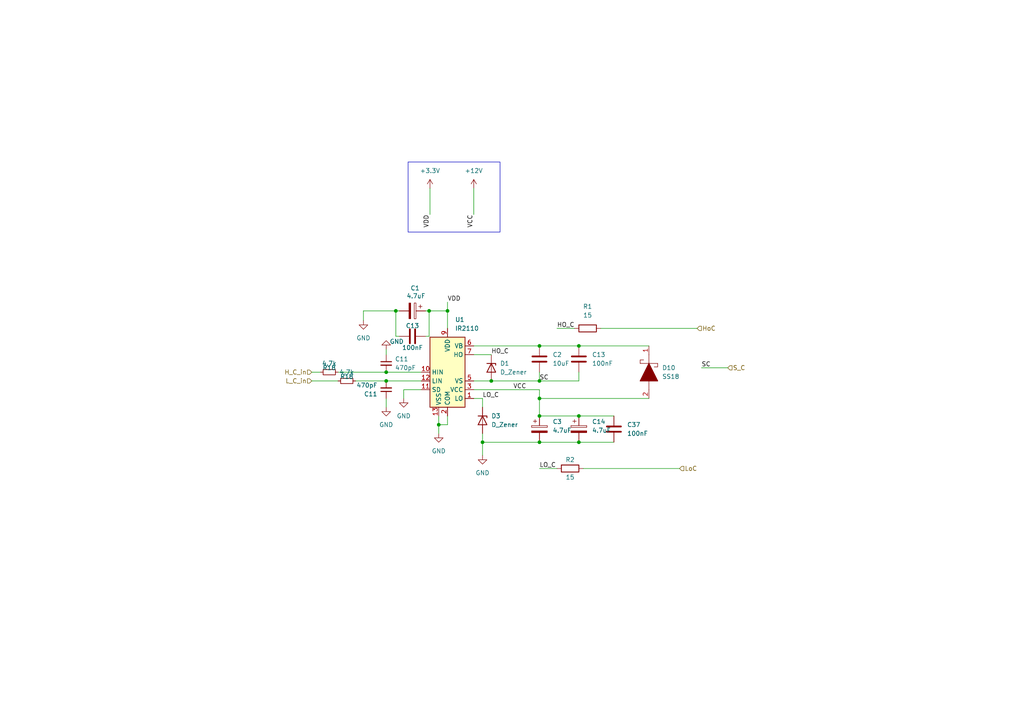
<source format=kicad_sch>
(kicad_sch (version 20230121) (generator eeschema)

  (uuid d3a0ecc3-906d-45b6-8bf9-e850a8904525)

  (paper "A4")

  (lib_symbols
    (symbol "Device:C" (pin_numbers hide) (pin_names (offset 0.254)) (in_bom yes) (on_board yes)
      (property "Reference" "C" (at 0.635 2.54 0)
        (effects (font (size 1.27 1.27)) (justify left))
      )
      (property "Value" "C" (at 0.635 -2.54 0)
        (effects (font (size 1.27 1.27)) (justify left))
      )
      (property "Footprint" "" (at 0.9652 -3.81 0)
        (effects (font (size 1.27 1.27)) hide)
      )
      (property "Datasheet" "~" (at 0 0 0)
        (effects (font (size 1.27 1.27)) hide)
      )
      (property "ki_keywords" "cap capacitor" (at 0 0 0)
        (effects (font (size 1.27 1.27)) hide)
      )
      (property "ki_description" "Unpolarized capacitor" (at 0 0 0)
        (effects (font (size 1.27 1.27)) hide)
      )
      (property "ki_fp_filters" "C_*" (at 0 0 0)
        (effects (font (size 1.27 1.27)) hide)
      )
      (symbol "C_0_1"
        (polyline
          (pts
            (xy -2.032 -0.762)
            (xy 2.032 -0.762)
          )
          (stroke (width 0.508) (type default))
          (fill (type none))
        )
        (polyline
          (pts
            (xy -2.032 0.762)
            (xy 2.032 0.762)
          )
          (stroke (width 0.508) (type default))
          (fill (type none))
        )
      )
      (symbol "C_1_1"
        (pin passive line (at 0 3.81 270) (length 2.794)
          (name "~" (effects (font (size 1.27 1.27))))
          (number "1" (effects (font (size 1.27 1.27))))
        )
        (pin passive line (at 0 -3.81 90) (length 2.794)
          (name "~" (effects (font (size 1.27 1.27))))
          (number "2" (effects (font (size 1.27 1.27))))
        )
      )
    )
    (symbol "Device:C_Polarized" (pin_numbers hide) (pin_names (offset 0.254)) (in_bom yes) (on_board yes)
      (property "Reference" "C" (at 0.635 2.54 0)
        (effects (font (size 1.27 1.27)) (justify left))
      )
      (property "Value" "C_Polarized" (at 0.635 -2.54 0)
        (effects (font (size 1.27 1.27)) (justify left))
      )
      (property "Footprint" "" (at 0.9652 -3.81 0)
        (effects (font (size 1.27 1.27)) hide)
      )
      (property "Datasheet" "~" (at 0 0 0)
        (effects (font (size 1.27 1.27)) hide)
      )
      (property "ki_keywords" "cap capacitor" (at 0 0 0)
        (effects (font (size 1.27 1.27)) hide)
      )
      (property "ki_description" "Polarized capacitor" (at 0 0 0)
        (effects (font (size 1.27 1.27)) hide)
      )
      (property "ki_fp_filters" "CP_*" (at 0 0 0)
        (effects (font (size 1.27 1.27)) hide)
      )
      (symbol "C_Polarized_0_1"
        (rectangle (start -2.286 0.508) (end 2.286 1.016)
          (stroke (width 0) (type default))
          (fill (type none))
        )
        (polyline
          (pts
            (xy -1.778 2.286)
            (xy -0.762 2.286)
          )
          (stroke (width 0) (type default))
          (fill (type none))
        )
        (polyline
          (pts
            (xy -1.27 2.794)
            (xy -1.27 1.778)
          )
          (stroke (width 0) (type default))
          (fill (type none))
        )
        (rectangle (start 2.286 -0.508) (end -2.286 -1.016)
          (stroke (width 0) (type default))
          (fill (type outline))
        )
      )
      (symbol "C_Polarized_1_1"
        (pin passive line (at 0 3.81 270) (length 2.794)
          (name "~" (effects (font (size 1.27 1.27))))
          (number "1" (effects (font (size 1.27 1.27))))
        )
        (pin passive line (at 0 -3.81 90) (length 2.794)
          (name "~" (effects (font (size 1.27 1.27))))
          (number "2" (effects (font (size 1.27 1.27))))
        )
      )
    )
    (symbol "Device:C_Small" (pin_numbers hide) (pin_names (offset 0.254) hide) (in_bom yes) (on_board yes)
      (property "Reference" "C" (at 0.254 1.778 0)
        (effects (font (size 1.27 1.27)) (justify left))
      )
      (property "Value" "C_Small" (at 0.254 -2.032 0)
        (effects (font (size 1.27 1.27)) (justify left))
      )
      (property "Footprint" "" (at 0 0 0)
        (effects (font (size 1.27 1.27)) hide)
      )
      (property "Datasheet" "~" (at 0 0 0)
        (effects (font (size 1.27 1.27)) hide)
      )
      (property "ki_keywords" "capacitor cap" (at 0 0 0)
        (effects (font (size 1.27 1.27)) hide)
      )
      (property "ki_description" "Unpolarized capacitor, small symbol" (at 0 0 0)
        (effects (font (size 1.27 1.27)) hide)
      )
      (property "ki_fp_filters" "C_*" (at 0 0 0)
        (effects (font (size 1.27 1.27)) hide)
      )
      (symbol "C_Small_0_1"
        (polyline
          (pts
            (xy -1.524 -0.508)
            (xy 1.524 -0.508)
          )
          (stroke (width 0.3302) (type default))
          (fill (type none))
        )
        (polyline
          (pts
            (xy -1.524 0.508)
            (xy 1.524 0.508)
          )
          (stroke (width 0.3048) (type default))
          (fill (type none))
        )
      )
      (symbol "C_Small_1_1"
        (pin passive line (at 0 2.54 270) (length 2.032)
          (name "~" (effects (font (size 1.27 1.27))))
          (number "1" (effects (font (size 1.27 1.27))))
        )
        (pin passive line (at 0 -2.54 90) (length 2.032)
          (name "~" (effects (font (size 1.27 1.27))))
          (number "2" (effects (font (size 1.27 1.27))))
        )
      )
    )
    (symbol "Device:D_Zener" (pin_numbers hide) (pin_names (offset 1.016) hide) (in_bom yes) (on_board yes)
      (property "Reference" "D" (at 0 2.54 0)
        (effects (font (size 1.27 1.27)))
      )
      (property "Value" "D_Zener" (at 0 -2.54 0)
        (effects (font (size 1.27 1.27)))
      )
      (property "Footprint" "" (at 0 0 0)
        (effects (font (size 1.27 1.27)) hide)
      )
      (property "Datasheet" "~" (at 0 0 0)
        (effects (font (size 1.27 1.27)) hide)
      )
      (property "ki_keywords" "diode" (at 0 0 0)
        (effects (font (size 1.27 1.27)) hide)
      )
      (property "ki_description" "Zener diode" (at 0 0 0)
        (effects (font (size 1.27 1.27)) hide)
      )
      (property "ki_fp_filters" "TO-???* *_Diode_* *SingleDiode* D_*" (at 0 0 0)
        (effects (font (size 1.27 1.27)) hide)
      )
      (symbol "D_Zener_0_1"
        (polyline
          (pts
            (xy 1.27 0)
            (xy -1.27 0)
          )
          (stroke (width 0) (type default))
          (fill (type none))
        )
        (polyline
          (pts
            (xy -1.27 -1.27)
            (xy -1.27 1.27)
            (xy -0.762 1.27)
          )
          (stroke (width 0.254) (type default))
          (fill (type none))
        )
        (polyline
          (pts
            (xy 1.27 -1.27)
            (xy 1.27 1.27)
            (xy -1.27 0)
            (xy 1.27 -1.27)
          )
          (stroke (width 0.254) (type default))
          (fill (type none))
        )
      )
      (symbol "D_Zener_1_1"
        (pin passive line (at -3.81 0 0) (length 2.54)
          (name "K" (effects (font (size 1.27 1.27))))
          (number "1" (effects (font (size 1.27 1.27))))
        )
        (pin passive line (at 3.81 0 180) (length 2.54)
          (name "A" (effects (font (size 1.27 1.27))))
          (number "2" (effects (font (size 1.27 1.27))))
        )
      )
    )
    (symbol "Device:R" (pin_numbers hide) (pin_names (offset 0)) (in_bom yes) (on_board yes)
      (property "Reference" "R" (at 2.032 0 90)
        (effects (font (size 1.27 1.27)))
      )
      (property "Value" "R" (at 0 0 90)
        (effects (font (size 1.27 1.27)))
      )
      (property "Footprint" "" (at -1.778 0 90)
        (effects (font (size 1.27 1.27)) hide)
      )
      (property "Datasheet" "~" (at 0 0 0)
        (effects (font (size 1.27 1.27)) hide)
      )
      (property "ki_keywords" "R res resistor" (at 0 0 0)
        (effects (font (size 1.27 1.27)) hide)
      )
      (property "ki_description" "Resistor" (at 0 0 0)
        (effects (font (size 1.27 1.27)) hide)
      )
      (property "ki_fp_filters" "R_*" (at 0 0 0)
        (effects (font (size 1.27 1.27)) hide)
      )
      (symbol "R_0_1"
        (rectangle (start -1.016 -2.54) (end 1.016 2.54)
          (stroke (width 0.254) (type default))
          (fill (type none))
        )
      )
      (symbol "R_1_1"
        (pin passive line (at 0 3.81 270) (length 1.27)
          (name "~" (effects (font (size 1.27 1.27))))
          (number "1" (effects (font (size 1.27 1.27))))
        )
        (pin passive line (at 0 -3.81 90) (length 1.27)
          (name "~" (effects (font (size 1.27 1.27))))
          (number "2" (effects (font (size 1.27 1.27))))
        )
      )
    )
    (symbol "Device:R_Small" (pin_numbers hide) (pin_names (offset 0.254) hide) (in_bom yes) (on_board yes)
      (property "Reference" "R" (at 0.762 0.508 0)
        (effects (font (size 1.27 1.27)) (justify left))
      )
      (property "Value" "R_Small" (at 0.762 -1.016 0)
        (effects (font (size 1.27 1.27)) (justify left))
      )
      (property "Footprint" "" (at 0 0 0)
        (effects (font (size 1.27 1.27)) hide)
      )
      (property "Datasheet" "~" (at 0 0 0)
        (effects (font (size 1.27 1.27)) hide)
      )
      (property "ki_keywords" "R resistor" (at 0 0 0)
        (effects (font (size 1.27 1.27)) hide)
      )
      (property "ki_description" "Resistor, small symbol" (at 0 0 0)
        (effects (font (size 1.27 1.27)) hide)
      )
      (property "ki_fp_filters" "R_*" (at 0 0 0)
        (effects (font (size 1.27 1.27)) hide)
      )
      (symbol "R_Small_0_1"
        (rectangle (start -0.762 1.778) (end 0.762 -1.778)
          (stroke (width 0.2032) (type default))
          (fill (type none))
        )
      )
      (symbol "R_Small_1_1"
        (pin passive line (at 0 2.54 270) (length 0.762)
          (name "~" (effects (font (size 1.27 1.27))))
          (number "1" (effects (font (size 1.27 1.27))))
        )
        (pin passive line (at 0 -2.54 90) (length 0.762)
          (name "~" (effects (font (size 1.27 1.27))))
          (number "2" (effects (font (size 1.27 1.27))))
        )
      )
    )
    (symbol "Driver_FET:IR2110" (in_bom yes) (on_board yes)
      (property "Reference" "U" (at 1.27 13.335 0)
        (effects (font (size 1.27 1.27)) (justify left))
      )
      (property "Value" "IR2110" (at 1.27 11.43 0)
        (effects (font (size 1.27 1.27)) (justify left))
      )
      (property "Footprint" "Package_DIP:DIP-14_W7.62mm" (at 0 0 0)
        (effects (font (size 1.27 1.27) italic) hide)
      )
      (property "Datasheet" "https://www.infineon.com/dgdl/ir2110.pdf?fileId=5546d462533600a4015355c80333167e" (at 0 0 0)
        (effects (font (size 1.27 1.27)) hide)
      )
      (property "ki_keywords" "Gate Driver" (at 0 0 0)
        (effects (font (size 1.27 1.27)) hide)
      )
      (property "ki_description" "High and Low Side Driver, 500V, 2.0/2.0A, PDIP-14" (at 0 0 0)
        (effects (font (size 1.27 1.27)) hide)
      )
      (property "ki_fp_filters" "DIP*W7.62mm*" (at 0 0 0)
        (effects (font (size 1.27 1.27)) hide)
      )
      (symbol "IR2110_0_1"
        (rectangle (start -5.08 -10.16) (end 5.08 10.16)
          (stroke (width 0.254) (type default))
          (fill (type background))
        )
      )
      (symbol "IR2110_1_1"
        (pin output line (at 7.62 -7.62 180) (length 2.54)
          (name "LO" (effects (font (size 1.27 1.27))))
          (number "1" (effects (font (size 1.27 1.27))))
        )
        (pin input line (at -7.62 0 0) (length 2.54)
          (name "HIN" (effects (font (size 1.27 1.27))))
          (number "10" (effects (font (size 1.27 1.27))))
        )
        (pin input line (at -7.62 -5.08 0) (length 2.54)
          (name "SD" (effects (font (size 1.27 1.27))))
          (number "11" (effects (font (size 1.27 1.27))))
        )
        (pin input line (at -7.62 -2.54 0) (length 2.54)
          (name "LIN" (effects (font (size 1.27 1.27))))
          (number "12" (effects (font (size 1.27 1.27))))
        )
        (pin power_in line (at -2.54 -12.7 90) (length 2.54)
          (name "VSS" (effects (font (size 1.27 1.27))))
          (number "13" (effects (font (size 1.27 1.27))))
        )
        (pin no_connect line (at -5.08 2.54 0) (length 2.54) hide
          (name "NC" (effects (font (size 1.27 1.27))))
          (number "14" (effects (font (size 1.27 1.27))))
        )
        (pin power_in line (at 0 -12.7 90) (length 2.54)
          (name "COM" (effects (font (size 1.27 1.27))))
          (number "2" (effects (font (size 1.27 1.27))))
        )
        (pin power_in line (at 7.62 -5.08 180) (length 2.54)
          (name "VCC" (effects (font (size 1.27 1.27))))
          (number "3" (effects (font (size 1.27 1.27))))
        )
        (pin no_connect line (at -5.08 7.62 0) (length 2.54) hide
          (name "NC" (effects (font (size 1.27 1.27))))
          (number "4" (effects (font (size 1.27 1.27))))
        )
        (pin passive line (at 7.62 -2.54 180) (length 2.54)
          (name "VS" (effects (font (size 1.27 1.27))))
          (number "5" (effects (font (size 1.27 1.27))))
        )
        (pin passive line (at 7.62 7.62 180) (length 2.54)
          (name "VB" (effects (font (size 1.27 1.27))))
          (number "6" (effects (font (size 1.27 1.27))))
        )
        (pin output line (at 7.62 5.08 180) (length 2.54)
          (name "HO" (effects (font (size 1.27 1.27))))
          (number "7" (effects (font (size 1.27 1.27))))
        )
        (pin no_connect line (at -5.08 5.08 0) (length 2.54) hide
          (name "NC" (effects (font (size 1.27 1.27))))
          (number "8" (effects (font (size 1.27 1.27))))
        )
        (pin power_in line (at 0 12.7 270) (length 2.54)
          (name "VDD" (effects (font (size 1.27 1.27))))
          (number "9" (effects (font (size 1.27 1.27))))
        )
      )
    )
    (symbol "SamacSys_Parts:SS18" (pin_names (offset 0.762)) (in_bom yes) (on_board yes)
      (property "Reference" "D" (at 12.7 8.89 0)
        (effects (font (size 1.27 1.27)) (justify left))
      )
      (property "Value" "SS18" (at 12.7 6.35 0)
        (effects (font (size 1.27 1.27)) (justify left))
      )
      (property "Footprint" "DIOM5227X270N" (at 12.7 3.81 0)
        (effects (font (size 1.27 1.27)) (justify left) hide)
      )
      (property "Datasheet" "https://componentsearchengine.com/Datasheets/2/SS18.pdf" (at 12.7 1.27 0)
        (effects (font (size 1.27 1.27)) (justify left) hide)
      )
      (property "Description" "Schottky Diodes & Rectifiers 1a 80V Rectifier Schottky Barrier" (at 12.7 -1.27 0)
        (effects (font (size 1.27 1.27)) (justify left) hide)
      )
      (property "Height" "2.7" (at 12.7 -3.81 0)
        (effects (font (size 1.27 1.27)) (justify left) hide)
      )
      (property "Manufacturer_Name" "onsemi" (at 12.7 -6.35 0)
        (effects (font (size 1.27 1.27)) (justify left) hide)
      )
      (property "Manufacturer_Part_Number" "SS18" (at 12.7 -8.89 0)
        (effects (font (size 1.27 1.27)) (justify left) hide)
      )
      (property "Mouser Part Number" "512-SS18" (at 12.7 -11.43 0)
        (effects (font (size 1.27 1.27)) (justify left) hide)
      )
      (property "Mouser Price/Stock" "https://www.mouser.co.uk/ProductDetail/onsemi-Fairchild/SS18?qs=mVVXn4M53U%252B25aMJheuSLA%3D%3D" (at 12.7 -13.97 0)
        (effects (font (size 1.27 1.27)) (justify left) hide)
      )
      (property "Arrow Part Number" "SS18" (at 12.7 -16.51 0)
        (effects (font (size 1.27 1.27)) (justify left) hide)
      )
      (property "Arrow Price/Stock" "https://www.arrow.com/en/products/ss18/on-semiconductor?region=nac" (at 12.7 -19.05 0)
        (effects (font (size 1.27 1.27)) (justify left) hide)
      )
      (property "ki_description" "Schottky Diodes & Rectifiers 1a 80V Rectifier Schottky Barrier" (at 0 0 0)
        (effects (font (size 1.27 1.27)) hide)
      )
      (symbol "SS18_0_0"
        (pin passive line (at 2.54 0 0) (length 2.54)
          (name "~" (effects (font (size 1.27 1.27))))
          (number "1" (effects (font (size 1.27 1.27))))
        )
        (pin passive line (at 17.78 0 180) (length 2.54)
          (name "~" (effects (font (size 1.27 1.27))))
          (number "2" (effects (font (size 1.27 1.27))))
        )
      )
      (symbol "SS18_0_1"
        (polyline
          (pts
            (xy 5.08 0)
            (xy 7.62 0)
          )
          (stroke (width 0.1524) (type solid))
          (fill (type none))
        )
        (polyline
          (pts
            (xy 7.62 2.54)
            (xy 7.62 -2.54)
          )
          (stroke (width 0.1524) (type solid))
          (fill (type none))
        )
        (polyline
          (pts
            (xy 12.7 0)
            (xy 15.24 0)
          )
          (stroke (width 0.1524) (type solid))
          (fill (type none))
        )
        (polyline
          (pts
            (xy 7.62 -2.54)
            (xy 6.604 -2.54)
            (xy 6.604 -1.524)
          )
          (stroke (width 0.1524) (type solid))
          (fill (type none))
        )
        (polyline
          (pts
            (xy 7.62 2.54)
            (xy 8.636 2.54)
            (xy 8.636 1.524)
          )
          (stroke (width 0.1524) (type solid))
          (fill (type none))
        )
        (polyline
          (pts
            (xy 7.62 0)
            (xy 12.7 2.54)
            (xy 12.7 -2.54)
            (xy 7.62 0)
          )
          (stroke (width 0.254) (type solid))
          (fill (type outline))
        )
      )
    )
    (symbol "power:+12V" (power) (pin_names (offset 0)) (in_bom yes) (on_board yes)
      (property "Reference" "#PWR" (at 0 -3.81 0)
        (effects (font (size 1.27 1.27)) hide)
      )
      (property "Value" "+12V" (at 0 3.556 0)
        (effects (font (size 1.27 1.27)))
      )
      (property "Footprint" "" (at 0 0 0)
        (effects (font (size 1.27 1.27)) hide)
      )
      (property "Datasheet" "" (at 0 0 0)
        (effects (font (size 1.27 1.27)) hide)
      )
      (property "ki_keywords" "global power" (at 0 0 0)
        (effects (font (size 1.27 1.27)) hide)
      )
      (property "ki_description" "Power symbol creates a global label with name \"+12V\"" (at 0 0 0)
        (effects (font (size 1.27 1.27)) hide)
      )
      (symbol "+12V_0_1"
        (polyline
          (pts
            (xy -0.762 1.27)
            (xy 0 2.54)
          )
          (stroke (width 0) (type default))
          (fill (type none))
        )
        (polyline
          (pts
            (xy 0 0)
            (xy 0 2.54)
          )
          (stroke (width 0) (type default))
          (fill (type none))
        )
        (polyline
          (pts
            (xy 0 2.54)
            (xy 0.762 1.27)
          )
          (stroke (width 0) (type default))
          (fill (type none))
        )
      )
      (symbol "+12V_1_1"
        (pin power_in line (at 0 0 90) (length 0) hide
          (name "+12V" (effects (font (size 1.27 1.27))))
          (number "1" (effects (font (size 1.27 1.27))))
        )
      )
    )
    (symbol "power:+3.3V" (power) (pin_names (offset 0)) (in_bom yes) (on_board yes)
      (property "Reference" "#PWR" (at 0 -3.81 0)
        (effects (font (size 1.27 1.27)) hide)
      )
      (property "Value" "+3.3V" (at 0 3.556 0)
        (effects (font (size 1.27 1.27)))
      )
      (property "Footprint" "" (at 0 0 0)
        (effects (font (size 1.27 1.27)) hide)
      )
      (property "Datasheet" "" (at 0 0 0)
        (effects (font (size 1.27 1.27)) hide)
      )
      (property "ki_keywords" "global power" (at 0 0 0)
        (effects (font (size 1.27 1.27)) hide)
      )
      (property "ki_description" "Power symbol creates a global label with name \"+3.3V\"" (at 0 0 0)
        (effects (font (size 1.27 1.27)) hide)
      )
      (symbol "+3.3V_0_1"
        (polyline
          (pts
            (xy -0.762 1.27)
            (xy 0 2.54)
          )
          (stroke (width 0) (type default))
          (fill (type none))
        )
        (polyline
          (pts
            (xy 0 0)
            (xy 0 2.54)
          )
          (stroke (width 0) (type default))
          (fill (type none))
        )
        (polyline
          (pts
            (xy 0 2.54)
            (xy 0.762 1.27)
          )
          (stroke (width 0) (type default))
          (fill (type none))
        )
      )
      (symbol "+3.3V_1_1"
        (pin power_in line (at 0 0 90) (length 0) hide
          (name "+3.3V" (effects (font (size 1.27 1.27))))
          (number "1" (effects (font (size 1.27 1.27))))
        )
      )
    )
    (symbol "power:GND" (power) (pin_names (offset 0)) (in_bom yes) (on_board yes)
      (property "Reference" "#PWR" (at 0 -6.35 0)
        (effects (font (size 1.27 1.27)) hide)
      )
      (property "Value" "GND" (at 0 -3.81 0)
        (effects (font (size 1.27 1.27)))
      )
      (property "Footprint" "" (at 0 0 0)
        (effects (font (size 1.27 1.27)) hide)
      )
      (property "Datasheet" "" (at 0 0 0)
        (effects (font (size 1.27 1.27)) hide)
      )
      (property "ki_keywords" "global power" (at 0 0 0)
        (effects (font (size 1.27 1.27)) hide)
      )
      (property "ki_description" "Power symbol creates a global label with name \"GND\" , ground" (at 0 0 0)
        (effects (font (size 1.27 1.27)) hide)
      )
      (symbol "GND_0_1"
        (polyline
          (pts
            (xy 0 0)
            (xy 0 -1.27)
            (xy 1.27 -1.27)
            (xy 0 -2.54)
            (xy -1.27 -1.27)
            (xy 0 -1.27)
          )
          (stroke (width 0) (type default))
          (fill (type none))
        )
      )
      (symbol "GND_1_1"
        (pin power_in line (at 0 0 270) (length 0) hide
          (name "GND" (effects (font (size 1.27 1.27))))
          (number "1" (effects (font (size 1.27 1.27))))
        )
      )
    )
  )

  (junction (at 127.254 123.19) (diameter 0) (color 0 0 0 0)
    (uuid 0fb7e717-7f3b-4db7-bb6d-a6f799cc60e7)
  )
  (junction (at 156.464 128.27) (diameter 0) (color 0 0 0 0)
    (uuid 1239c14a-7004-41d7-a4b1-97a3efd2bd50)
  )
  (junction (at 112.014 107.95) (diameter 0) (color 0 0 0 0)
    (uuid 21087c5d-b65b-4d1f-a707-337d270f9573)
  )
  (junction (at 112.014 110.49) (diameter 0) (color 0 0 0 0)
    (uuid 2f1952a9-60da-4edf-8dd5-472fe007f461)
  )
  (junction (at 156.464 115.57) (diameter 0) (color 0 0 0 0)
    (uuid 356ffb00-2dcb-4876-b595-7e788b31c55e)
  )
  (junction (at 167.894 128.27) (diameter 0) (color 0 0 0 0)
    (uuid 41b333e4-afa9-4739-87b8-6223682826ec)
  )
  (junction (at 142.494 110.49) (diameter 0) (color 0 0 0 0)
    (uuid 544d35c4-2dd9-461b-b255-6929412ad79b)
  )
  (junction (at 139.954 128.27) (diameter 0) (color 0 0 0 0)
    (uuid 61a5e3b8-aa33-43e4-8779-60e237d16eaa)
  )
  (junction (at 156.464 110.49) (diameter 0) (color 0 0 0 0)
    (uuid 6883791e-5e69-405b-b2ed-04d380922545)
  )
  (junction (at 129.794 90.17) (diameter 0) (color 0 0 0 0)
    (uuid 69f07d93-00d4-463b-bc6f-695069896e46)
  )
  (junction (at 156.464 120.65) (diameter 0) (color 0 0 0 0)
    (uuid 91bc4eac-3db6-4f11-bf86-46213808877f)
  )
  (junction (at 167.894 120.65) (diameter 0) (color 0 0 0 0)
    (uuid ca72cbe0-b16a-4a71-b852-6f461cf5f36d)
  )
  (junction (at 114.808 90.17) (diameter 0) (color 0 0 0 0)
    (uuid e4588238-4435-4ef4-bcd7-f0e09db3fdcb)
  )
  (junction (at 167.894 100.33) (diameter 0) (color 0 0 0 0)
    (uuid f5a6bc5d-3620-4e5d-8586-6f0f1dbe2b63)
  )
  (junction (at 124.46 90.17) (diameter 0) (color 0 0 0 0)
    (uuid fd099128-9ffc-4938-97b4-8ec0f8452ad5)
  )
  (junction (at 156.464 100.33) (diameter 0) (color 0 0 0 0)
    (uuid fd96d6a1-39b5-4349-b8d2-98ac70b816ce)
  )

  (wire (pts (xy 112.014 118.11) (xy 112.014 115.57))
    (stroke (width 0) (type default))
    (uuid 02790548-eb58-4f71-8ecf-c40aaa6db565)
  )
  (wire (pts (xy 139.954 132.08) (xy 139.954 128.27))
    (stroke (width 0) (type default))
    (uuid 06cf464d-5912-41d3-b4e2-1100a2f757b0)
  )
  (wire (pts (xy 156.464 135.89) (xy 161.544 135.89))
    (stroke (width 0) (type default))
    (uuid 08cef076-364c-4501-bf79-a7e5d368e98e)
  )
  (wire (pts (xy 129.794 90.17) (xy 129.794 95.25))
    (stroke (width 0) (type default))
    (uuid 1bc5d3d2-35e6-4b22-a264-c71c623149d5)
  )
  (wire (pts (xy 156.464 107.95) (xy 156.464 110.49))
    (stroke (width 0) (type default))
    (uuid 1dfa4326-3d64-4d2e-b9cc-3a44c53e382d)
  )
  (wire (pts (xy 139.954 115.57) (xy 137.414 115.57))
    (stroke (width 0) (type default))
    (uuid 1e019188-70d3-42a5-ac4a-d882df962f36)
  )
  (wire (pts (xy 114.808 97.536) (xy 114.808 90.17))
    (stroke (width 0) (type default))
    (uuid 27234a35-3578-4462-b70d-fe75d7f00f6b)
  )
  (wire (pts (xy 137.414 113.03) (xy 156.464 113.03))
    (stroke (width 0) (type default))
    (uuid 2ce900e2-0a05-48ec-b83c-de6c73b6e2a7)
  )
  (wire (pts (xy 167.894 100.33) (xy 156.464 100.33))
    (stroke (width 0) (type default))
    (uuid 2edb4e6a-f2c5-422a-a618-b69849dbd91c)
  )
  (wire (pts (xy 156.464 128.27) (xy 167.894 128.27))
    (stroke (width 0) (type default))
    (uuid 307c2efd-f20d-4868-9d4e-bc8dbb056b7f)
  )
  (wire (pts (xy 112.014 101.346) (xy 112.014 102.87))
    (stroke (width 0) (type default))
    (uuid 313db6b8-4ebc-4454-8947-f774b35d8e22)
  )
  (wire (pts (xy 103.124 110.49) (xy 112.014 110.49))
    (stroke (width 0) (type default))
    (uuid 31d6f4bd-5bc7-460b-9e35-ec1e167eab15)
  )
  (wire (pts (xy 129.794 123.19) (xy 127.254 123.19))
    (stroke (width 0) (type default))
    (uuid 33da7a8e-c6c1-4b88-aa1a-3b35d50ff003)
  )
  (wire (pts (xy 112.014 110.49) (xy 122.174 110.49))
    (stroke (width 0) (type default))
    (uuid 39bb540b-d925-4804-b950-ad26b9849a8f)
  )
  (wire (pts (xy 137.414 100.33) (xy 156.464 100.33))
    (stroke (width 0) (type default))
    (uuid 3c3cac2b-2954-449d-93c7-cbb2b6b45a07)
  )
  (wire (pts (xy 117.094 115.57) (xy 117.094 113.03))
    (stroke (width 0) (type default))
    (uuid 4071cdc2-16b9-4c70-9d77-05901f8bf649)
  )
  (wire (pts (xy 124.714 54.61) (xy 124.714 62.23))
    (stroke (width 0) (type default))
    (uuid 418739a4-ebc5-4574-873f-055d4bcd90ab)
  )
  (wire (pts (xy 169.164 135.89) (xy 197.104 135.89))
    (stroke (width 0) (type default))
    (uuid 47e96959-03b2-4c40-ad61-b794db93dd12)
  )
  (wire (pts (xy 129.794 120.65) (xy 129.794 123.19))
    (stroke (width 0) (type default))
    (uuid 5de18a7c-b314-4c20-a793-fc8c2b06ab7c)
  )
  (wire (pts (xy 203.454 106.68) (xy 211.074 106.68))
    (stroke (width 0) (type default))
    (uuid 5ef2d305-bec6-4534-8175-309fcd3efa40)
  )
  (wire (pts (xy 115.824 90.17) (xy 114.808 90.17))
    (stroke (width 0) (type default))
    (uuid 608f5f67-bd6a-443b-adec-2b47eb2cd4d0)
  )
  (wire (pts (xy 105.41 90.17) (xy 105.41 92.964))
    (stroke (width 0) (type default))
    (uuid 629f7403-09f7-4c73-b1bc-d81ffb613497)
  )
  (wire (pts (xy 124.46 97.536) (xy 124.46 90.17))
    (stroke (width 0) (type default))
    (uuid 64c75a38-7f4a-429f-afad-e8ffa4854757)
  )
  (wire (pts (xy 129.794 87.63) (xy 129.794 90.17))
    (stroke (width 0) (type default))
    (uuid 653d2cf5-2fb1-4cb8-9234-e9e3f1128532)
  )
  (wire (pts (xy 156.464 115.57) (xy 156.464 120.65))
    (stroke (width 0) (type default))
    (uuid 672b791c-9065-450c-b5b9-9148286e06bd)
  )
  (wire (pts (xy 139.954 128.27) (xy 156.464 128.27))
    (stroke (width 0) (type default))
    (uuid 6c4f9030-59f6-4331-91d7-c0519423163d)
  )
  (wire (pts (xy 137.414 102.87) (xy 142.494 102.87))
    (stroke (width 0) (type default))
    (uuid 6f39cb8f-29f3-46db-96e8-46468039f48a)
  )
  (wire (pts (xy 127.254 120.65) (xy 127.254 123.19))
    (stroke (width 0) (type default))
    (uuid 763b012b-5757-403b-9d54-4fed3f51fa61)
  )
  (wire (pts (xy 161.544 95.25) (xy 166.624 95.25))
    (stroke (width 0) (type default))
    (uuid 8960c8d4-c77d-46db-af59-59b638dbce5b)
  )
  (wire (pts (xy 174.244 95.25) (xy 202.184 95.25))
    (stroke (width 0) (type default))
    (uuid 98221419-7bb1-4d32-a8ce-28adb8644381)
  )
  (wire (pts (xy 156.464 115.57) (xy 156.464 113.03))
    (stroke (width 0) (type default))
    (uuid 9eea523e-9d69-4f2a-9c1b-054c3547750d)
  )
  (wire (pts (xy 115.824 97.536) (xy 114.808 97.536))
    (stroke (width 0) (type default))
    (uuid a59bc0c3-7f83-4eae-b961-f6b125548d4d)
  )
  (wire (pts (xy 98.044 107.95) (xy 112.014 107.95))
    (stroke (width 0) (type default))
    (uuid abc934e7-03dd-43d2-b252-5f70c6006f4e)
  )
  (wire (pts (xy 139.954 118.11) (xy 139.954 115.57))
    (stroke (width 0) (type default))
    (uuid b8618d82-72dd-4f10-b6d9-4cb7322237ae)
  )
  (wire (pts (xy 112.014 107.95) (xy 122.174 107.95))
    (stroke (width 0) (type default))
    (uuid b87b4f20-8aa2-4673-8ae1-f730bfb76d8e)
  )
  (wire (pts (xy 90.424 110.49) (xy 98.044 110.49))
    (stroke (width 0) (type default))
    (uuid ba149fe7-674f-4d29-8fc7-9b90562559ec)
  )
  (wire (pts (xy 167.894 128.27) (xy 178.054 128.27))
    (stroke (width 0) (type default))
    (uuid bd1da667-72c2-4a01-aea3-b346f2d4d9fb)
  )
  (wire (pts (xy 137.414 54.61) (xy 137.414 62.23))
    (stroke (width 0) (type default))
    (uuid bf233dea-e4ad-4613-905d-58da08ee7978)
  )
  (wire (pts (xy 167.894 107.95) (xy 167.894 110.49))
    (stroke (width 0) (type default))
    (uuid c0b8379f-0ba3-418c-9cd4-f28190323d75)
  )
  (wire (pts (xy 167.894 120.65) (xy 178.054 120.65))
    (stroke (width 0) (type default))
    (uuid c356ad4d-8cd3-46a7-a175-0b3b95184b2f)
  )
  (wire (pts (xy 123.444 97.536) (xy 124.46 97.536))
    (stroke (width 0) (type default))
    (uuid cadebbf3-ca62-4c0c-a169-5051c3079852)
  )
  (wire (pts (xy 167.894 110.49) (xy 156.464 110.49))
    (stroke (width 0) (type default))
    (uuid cb0c425f-591e-4840-abb9-4c6c26f0c8d5)
  )
  (wire (pts (xy 139.954 128.27) (xy 139.954 125.73))
    (stroke (width 0) (type default))
    (uuid cdf3abcc-9942-481c-8518-2006028e0ee5)
  )
  (wire (pts (xy 137.414 110.49) (xy 142.494 110.49))
    (stroke (width 0) (type default))
    (uuid d2c42205-17c9-46fb-b9e8-ea7ed01c7c95)
  )
  (wire (pts (xy 123.444 90.17) (xy 124.46 90.17))
    (stroke (width 0) (type default))
    (uuid d4f2c400-4afa-4682-9e7c-47856523c276)
  )
  (wire (pts (xy 90.424 107.95) (xy 92.964 107.95))
    (stroke (width 0) (type default))
    (uuid e09681ad-3a0b-4450-9fa2-ad42f7cfbc0d)
  )
  (wire (pts (xy 167.894 100.33) (xy 188.214 100.33))
    (stroke (width 0) (type default))
    (uuid e83fc19d-77e7-4247-b0c4-0c2b9c7475b5)
  )
  (wire (pts (xy 127.254 123.19) (xy 127.254 125.73))
    (stroke (width 0) (type default))
    (uuid e8651499-f5a1-4004-b812-571702afb629)
  )
  (wire (pts (xy 117.094 113.03) (xy 122.174 113.03))
    (stroke (width 0) (type default))
    (uuid ef9bec91-8fd3-4af2-a08a-6e0cb312cd54)
  )
  (wire (pts (xy 156.464 115.57) (xy 188.214 115.57))
    (stroke (width 0) (type default))
    (uuid f26ece6c-a3c4-4c08-a586-c989b2c00e74)
  )
  (wire (pts (xy 114.808 90.17) (xy 105.41 90.17))
    (stroke (width 0) (type default))
    (uuid f84fc510-122a-4c47-8bd2-c999cfa5be9a)
  )
  (wire (pts (xy 156.464 120.65) (xy 167.894 120.65))
    (stroke (width 0) (type default))
    (uuid f85891e2-b871-40be-b374-28f79732e9e9)
  )
  (wire (pts (xy 124.46 90.17) (xy 129.794 90.17))
    (stroke (width 0) (type default))
    (uuid f981fcdb-000b-407d-b7b0-b87b90a25390)
  )
  (wire (pts (xy 142.494 110.49) (xy 156.464 110.49))
    (stroke (width 0) (type default))
    (uuid fddd9929-97bd-4ad5-a096-f566c8850980)
  )

  (rectangle (start 118.364 46.99) (end 145.034 67.31)
    (stroke (width 0) (type default))
    (fill (type none))
    (uuid 2d14f48d-74d3-446d-ae26-d6dcdf62a5b1)
  )

  (label "VCC" (at 137.414 62.23 270) (fields_autoplaced)
    (effects (font (size 1.27 1.27)) (justify right bottom))
    (uuid 2bca95c9-c04a-4696-8544-064add341d12)
  )
  (label "HO_C" (at 161.544 95.25 0) (fields_autoplaced)
    (effects (font (size 1.27 1.27)) (justify left bottom))
    (uuid 82091495-589e-44ae-8a72-b1b823a1f13e)
  )
  (label "SC" (at 203.454 106.68 0) (fields_autoplaced)
    (effects (font (size 1.27 1.27)) (justify left bottom))
    (uuid 847d81de-95b5-4c07-88a4-bd53a5f2e832)
  )
  (label "HO_C" (at 142.494 102.87 0) (fields_autoplaced)
    (effects (font (size 1.27 1.27)) (justify left bottom))
    (uuid 8909e471-a8e2-4e8c-b191-5a759dffe5b0)
  )
  (label "VCC" (at 148.844 113.03 0) (fields_autoplaced)
    (effects (font (size 1.27 1.27)) (justify left bottom))
    (uuid 998f533b-22e0-4f83-8f06-cda40baa18f6)
  )
  (label "SC" (at 156.464 110.49 0) (fields_autoplaced)
    (effects (font (size 1.27 1.27)) (justify left bottom))
    (uuid aab15e97-58c6-4a5e-9515-23c80c6fcae4)
  )
  (label "LO_C" (at 139.954 115.57 0) (fields_autoplaced)
    (effects (font (size 1.27 1.27)) (justify left bottom))
    (uuid c5cd1d8b-16ba-43c4-b584-2716ff5ae60e)
  )
  (label "VDD" (at 129.794 87.63 0) (fields_autoplaced)
    (effects (font (size 1.27 1.27)) (justify left bottom))
    (uuid ceb7a970-5aa1-4ef8-afe8-a5352108f4c5)
  )
  (label "VDD" (at 124.714 62.23 270) (fields_autoplaced)
    (effects (font (size 1.27 1.27)) (justify right bottom))
    (uuid e60116c9-f701-42b6-b440-c9995f1cec57)
  )
  (label "LO_C" (at 156.464 135.89 0) (fields_autoplaced)
    (effects (font (size 1.27 1.27)) (justify left bottom))
    (uuid e90c6373-968c-4a3a-bfe1-3caf24a82132)
  )

  (hierarchical_label "L_C_in" (shape input) (at 90.424 110.49 180) (fields_autoplaced)
    (effects (font (size 1.27 1.27)) (justify right))
    (uuid 1c553730-6a17-4328-bafc-218283e9b853)
  )
  (hierarchical_label "LoC" (shape input) (at 197.104 135.89 0) (fields_autoplaced)
    (effects (font (size 1.27 1.27)) (justify left))
    (uuid 1fa96d98-4174-41c5-a898-f62734a39049)
  )
  (hierarchical_label "H_C_in" (shape input) (at 90.424 107.95 180) (fields_autoplaced)
    (effects (font (size 1.27 1.27)) (justify right))
    (uuid 454eb61f-dd2d-4118-aaee-bd56e91c738f)
  )
  (hierarchical_label "S_C" (shape input) (at 211.074 106.68 0) (fields_autoplaced)
    (effects (font (size 1.27 1.27)) (justify left))
    (uuid 5172ad4c-daec-4887-80e6-dc401fb66a2d)
  )
  (hierarchical_label "HoC" (shape input) (at 202.184 95.25 0) (fields_autoplaced)
    (effects (font (size 1.27 1.27)) (justify left))
    (uuid dcbfe867-f212-4bea-b756-74b2eed1a86e)
  )

  (symbol (lib_id "power:GND") (at 105.41 92.964 0) (unit 1)
    (in_bom yes) (on_board yes) (dnp no) (fields_autoplaced)
    (uuid 0c75776f-0d83-41da-bc4f-1301cf0d034c)
    (property "Reference" "#PWR016" (at 105.41 99.314 0)
      (effects (font (size 1.27 1.27)) hide)
    )
    (property "Value" "GND" (at 105.41 98.044 0)
      (effects (font (size 1.27 1.27)))
    )
    (property "Footprint" "" (at 105.41 92.964 0)
      (effects (font (size 1.27 1.27)) hide)
    )
    (property "Datasheet" "" (at 105.41 92.964 0)
      (effects (font (size 1.27 1.27)) hide)
    )
    (pin "1" (uuid d07840a3-f648-4f89-9346-bfb09af6ceed))
    (instances
      (project "ir2110_schematic"
        (path "/12eff5cc-cd10-4544-bdce-879319851b2e/50a43548-e408-42b5-a886-4b04cceabc0e"
          (reference "#PWR016") (unit 1)
        )
        (path "/12eff5cc-cd10-4544-bdce-879319851b2e/b453a6ee-8187-4733-906f-09e67d4ae9d9"
          (reference "#PWR055") (unit 1)
        )
        (path "/12eff5cc-cd10-4544-bdce-879319851b2e/1beefd3e-806d-4fe6-9d7c-b30ed1d95187"
          (reference "#PWR04") (unit 1)
        )
      )
      (project "controller_full6"
        (path "/3c3ae94a-eb39-4fa8-93aa-1a47bef57ada/775c2006-097f-4243-82c7-17c3f6a7daa6"
          (reference "#PWR028") (unit 1)
        )
      )
      (project "ir2110_3"
        (path "/5cb8bfbc-21c8-4127-a397-8b3aebcab8f9"
          (reference "#PWR016") (unit 1)
        )
      )
    )
  )

  (symbol (lib_id "power:GND") (at 139.954 132.08 0) (unit 1)
    (in_bom yes) (on_board yes) (dnp no) (fields_autoplaced)
    (uuid 1e9a8fc1-5bd5-42f6-8213-a82ffd759b2b)
    (property "Reference" "#PWR08" (at 139.954 138.43 0)
      (effects (font (size 1.27 1.27)) hide)
    )
    (property "Value" "GND" (at 139.954 137.16 0)
      (effects (font (size 1.27 1.27)))
    )
    (property "Footprint" "" (at 139.954 132.08 0)
      (effects (font (size 1.27 1.27)) hide)
    )
    (property "Datasheet" "" (at 139.954 132.08 0)
      (effects (font (size 1.27 1.27)) hide)
    )
    (pin "1" (uuid b211abd5-e935-484d-9690-3609e88c0987))
    (instances
      (project "ir2110_schematic"
        (path "/12eff5cc-cd10-4544-bdce-879319851b2e/1beefd3e-806d-4fe6-9d7c-b30ed1d95187"
          (reference "#PWR08") (unit 1)
        )
      )
      (project "controller_full6"
        (path "/3c3ae94a-eb39-4fa8-93aa-1a47bef57ada/775c2006-097f-4243-82c7-17c3f6a7daa6"
          (reference "#PWR032") (unit 1)
        )
      )
      (project "ir2110_3"
        (path "/5cb8bfbc-21c8-4127-a397-8b3aebcab8f9"
          (reference "#PWR037") (unit 1)
        )
      )
    )
  )

  (symbol (lib_id "power:GND") (at 112.014 101.346 180) (unit 1)
    (in_bom yes) (on_board yes) (dnp no)
    (uuid 211cd088-9898-46b2-8839-a333387a1a6d)
    (property "Reference" "#PWR01" (at 112.014 94.996 0)
      (effects (font (size 1.27 1.27)) hide)
    )
    (property "Value" "GND" (at 115.062 99.06 0)
      (effects (font (size 1.27 1.27)))
    )
    (property "Footprint" "" (at 112.014 101.346 0)
      (effects (font (size 1.27 1.27)) hide)
    )
    (property "Datasheet" "" (at 112.014 101.346 0)
      (effects (font (size 1.27 1.27)) hide)
    )
    (pin "1" (uuid b7805d7d-042a-404f-a751-92222a0a214d))
    (instances
      (project "ir2110_schematic"
        (path "/12eff5cc-cd10-4544-bdce-879319851b2e/50a43548-e408-42b5-a886-4b04cceabc0e"
          (reference "#PWR01") (unit 1)
        )
        (path "/12eff5cc-cd10-4544-bdce-879319851b2e/1beefd3e-806d-4fe6-9d7c-b30ed1d95187"
          (reference "#PWR01") (unit 1)
        )
      )
      (project "controller_full6"
        (path "/3c3ae94a-eb39-4fa8-93aa-1a47bef57ada/775c2006-097f-4243-82c7-17c3f6a7daa6"
          (reference "#PWR025") (unit 1)
        )
      )
      (project "ir2110_3"
        (path "/5cb8bfbc-21c8-4127-a397-8b3aebcab8f9"
          (reference "#PWR01") (unit 1)
        )
      )
    )
  )

  (symbol (lib_id "Driver_FET:IR2110") (at 129.794 107.95 0) (unit 1)
    (in_bom yes) (on_board yes) (dnp no) (fields_autoplaced)
    (uuid 22ca70af-fa86-46e7-9295-9ac546f05b94)
    (property "Reference" "U1" (at 131.9881 92.71 0)
      (effects (font (size 1.27 1.27)) (justify left))
    )
    (property "Value" "IR2110" (at 131.9881 95.25 0)
      (effects (font (size 1.27 1.27)) (justify left))
    )
    (property "Footprint" "Package_DIP:DIP-14_W7.62mm" (at 129.794 107.95 0)
      (effects (font (size 1.27 1.27) italic) hide)
    )
    (property "Datasheet" "https://www.infineon.com/dgdl/ir2110.pdf?fileId=5546d462533600a4015355c80333167e" (at 129.794 107.95 0)
      (effects (font (size 1.27 1.27)) hide)
    )
    (pin "1" (uuid 33688065-bd66-415d-bffe-59bd2b1fb1fb))
    (pin "10" (uuid 2692a980-cda8-4c79-8e79-e2a75db5f3a9))
    (pin "11" (uuid a0f02355-b996-4a46-9fee-e7db2430bd5e))
    (pin "12" (uuid 8ff0e323-42bb-4ac3-9992-0565458b76d5))
    (pin "13" (uuid c83a5070-01a2-4b0a-9b19-c3d70dc80770))
    (pin "14" (uuid 70af59cb-f06b-4553-a757-61140a663438))
    (pin "2" (uuid 07ccac7b-f62d-490f-bc54-9f4b879d39c0))
    (pin "3" (uuid a4b470d6-b8ac-4e66-8aa4-a08f5ad08f35))
    (pin "4" (uuid bc1896c9-1dd2-4091-9d67-7bec621845f5))
    (pin "5" (uuid fb620570-e375-4f51-ba01-e24609c7ac24))
    (pin "6" (uuid 1b6a5ab1-5c54-4fa0-b828-090947e3ebc3))
    (pin "7" (uuid 4385e053-ea3c-4391-a3b7-b07a627b505a))
    (pin "8" (uuid 51dc6328-fd5b-44aa-8458-a0c0688c8798))
    (pin "9" (uuid edf78da1-0acf-4710-bea9-8cee2ac6c7bb))
    (instances
      (project "ir2110_schematic"
        (path "/12eff5cc-cd10-4544-bdce-879319851b2e/50a43548-e408-42b5-a886-4b04cceabc0e"
          (reference "U1") (unit 1)
        )
        (path "/12eff5cc-cd10-4544-bdce-879319851b2e/b453a6ee-8187-4733-906f-09e67d4ae9d9"
          (reference "U2") (unit 1)
        )
        (path "/12eff5cc-cd10-4544-bdce-879319851b2e/1beefd3e-806d-4fe6-9d7c-b30ed1d95187"
          (reference "U1") (unit 1)
        )
      )
      (project "controller_full6"
        (path "/3c3ae94a-eb39-4fa8-93aa-1a47bef57ada/775c2006-097f-4243-82c7-17c3f6a7daa6"
          (reference "U3") (unit 1)
        )
      )
      (project "ir2110_3"
        (path "/5cb8bfbc-21c8-4127-a397-8b3aebcab8f9"
          (reference "U1") (unit 1)
        )
      )
    )
  )

  (symbol (lib_id "Device:C_Polarized") (at 119.634 90.17 270) (unit 1)
    (in_bom yes) (on_board yes) (dnp no)
    (uuid 25cfb0e8-2c42-48b3-8ad3-798ca53a40c2)
    (property "Reference" "C1" (at 120.396 83.566 90)
      (effects (font (size 1.27 1.27)))
    )
    (property "Value" "4.7uF" (at 120.65 85.852 90)
      (effects (font (size 1.27 1.27)))
    )
    (property "Footprint" "Capacitor_THT:CP_Radial_D5.0mm_P2.50mm" (at 115.824 91.1352 0)
      (effects (font (size 1.27 1.27)) hide)
    )
    (property "Datasheet" "~" (at 119.634 90.17 0)
      (effects (font (size 1.27 1.27)) hide)
    )
    (pin "1" (uuid 3e72c3ba-9ad4-4143-86d6-9541b3eb03b8))
    (pin "2" (uuid 57a0d13b-f508-4d27-90bb-81a8a2e9c7f2))
    (instances
      (project "ir2110_schematic"
        (path "/12eff5cc-cd10-4544-bdce-879319851b2e/50a43548-e408-42b5-a886-4b04cceabc0e"
          (reference "C1") (unit 1)
        )
        (path "/12eff5cc-cd10-4544-bdce-879319851b2e/b453a6ee-8187-4733-906f-09e67d4ae9d9"
          (reference "C47") (unit 1)
        )
        (path "/12eff5cc-cd10-4544-bdce-879319851b2e/1beefd3e-806d-4fe6-9d7c-b30ed1d95187"
          (reference "C3") (unit 1)
        )
      )
      (project "controller_full6"
        (path "/3c3ae94a-eb39-4fa8-93aa-1a47bef57ada/775c2006-097f-4243-82c7-17c3f6a7daa6"
          (reference "C23") (unit 1)
        )
      )
      (project "ir2110_3"
        (path "/5cb8bfbc-21c8-4127-a397-8b3aebcab8f9"
          (reference "C1") (unit 1)
        )
      )
    )
  )

  (symbol (lib_id "power:+12V") (at 137.414 54.61 0) (unit 1)
    (in_bom yes) (on_board yes) (dnp no) (fields_autoplaced)
    (uuid 27da1307-8046-4c93-afa5-e862545e9882)
    (property "Reference" "#PWR031" (at 137.414 58.42 0)
      (effects (font (size 1.27 1.27)) hide)
    )
    (property "Value" "+12V" (at 137.414 49.53 0)
      (effects (font (size 1.27 1.27)))
    )
    (property "Footprint" "" (at 137.414 54.61 0)
      (effects (font (size 1.27 1.27)) hide)
    )
    (property "Datasheet" "" (at 137.414 54.61 0)
      (effects (font (size 1.27 1.27)) hide)
    )
    (pin "1" (uuid fcf54076-be84-4473-8b80-0176156a2fa8))
    (instances
      (project "ir2110_schematic"
        (path "/12eff5cc-cd10-4544-bdce-879319851b2e/50a43548-e408-42b5-a886-4b04cceabc0e"
          (reference "#PWR031") (unit 1)
        )
        (path "/12eff5cc-cd10-4544-bdce-879319851b2e/1beefd3e-806d-4fe6-9d7c-b30ed1d95187"
          (reference "#PWR07") (unit 1)
        )
      )
      (project "controller_full6"
        (path "/3c3ae94a-eb39-4fa8-93aa-1a47bef57ada/775c2006-097f-4243-82c7-17c3f6a7daa6"
          (reference "#PWR031") (unit 1)
        )
      )
      (project "ir2110_3"
        (path "/5cb8bfbc-21c8-4127-a397-8b3aebcab8f9"
          (reference "#PWR031") (unit 1)
        )
      )
    )
  )

  (symbol (lib_id "SamacSys_Parts:SS18") (at 188.214 97.79 270) (unit 1)
    (in_bom yes) (on_board yes) (dnp no) (fields_autoplaced)
    (uuid 3e410557-b20b-4a1f-bb11-02deff083671)
    (property "Reference" "D10" (at 192.024 106.68 90)
      (effects (font (size 1.27 1.27)) (justify left))
    )
    (property "Value" "SS18" (at 192.024 109.22 90)
      (effects (font (size 1.27 1.27)) (justify left))
    )
    (property "Footprint" "Diode_SMD:D_SOD-323_HandSoldering" (at 192.024 110.49 0)
      (effects (font (size 1.27 1.27)) (justify left) hide)
    )
    (property "Datasheet" "https://componentsearchengine.com/Datasheets/2/SS18.pdf" (at 189.484 110.49 0)
      (effects (font (size 1.27 1.27)) (justify left) hide)
    )
    (property "Description" "Schottky Diodes & Rectifiers 1a 80V Rectifier Schottky Barrier" (at 186.944 110.49 0)
      (effects (font (size 1.27 1.27)) (justify left) hide)
    )
    (property "Height" "2.7" (at 184.404 110.49 0)
      (effects (font (size 1.27 1.27)) (justify left) hide)
    )
    (property "Manufacturer_Name" "onsemi" (at 181.864 110.49 0)
      (effects (font (size 1.27 1.27)) (justify left) hide)
    )
    (property "Manufacturer_Part_Number" "SS18" (at 179.324 110.49 0)
      (effects (font (size 1.27 1.27)) (justify left) hide)
    )
    (property "Mouser Part Number" "512-SS18" (at 176.784 110.49 0)
      (effects (font (size 1.27 1.27)) (justify left) hide)
    )
    (property "Mouser Price/Stock" "https://www.mouser.co.uk/ProductDetail/onsemi-Fairchild/SS18?qs=mVVXn4M53U%252B25aMJheuSLA%3D%3D" (at 174.244 110.49 0)
      (effects (font (size 1.27 1.27)) (justify left) hide)
    )
    (property "Arrow Part Number" "SS18" (at 171.704 110.49 0)
      (effects (font (size 1.27 1.27)) (justify left) hide)
    )
    (property "Arrow Price/Stock" "https://www.arrow.com/en/products/ss18/on-semiconductor?region=nac" (at 169.164 110.49 0)
      (effects (font (size 1.27 1.27)) (justify left) hide)
    )
    (pin "1" (uuid 0f227870-548c-45fe-b6ab-7f970a6a84b7))
    (pin "2" (uuid 9a17120c-5323-41f3-84b4-b12b655febe2))
    (instances
      (project "ir2110_schematic"
        (path "/12eff5cc-cd10-4544-bdce-879319851b2e/50a43548-e408-42b5-a886-4b04cceabc0e"
          (reference "D10") (unit 1)
        )
        (path "/12eff5cc-cd10-4544-bdce-879319851b2e/b453a6ee-8187-4733-906f-09e67d4ae9d9"
          (reference "D2") (unit 1)
        )
        (path "/12eff5cc-cd10-4544-bdce-879319851b2e/1beefd3e-806d-4fe6-9d7c-b30ed1d95187"
          (reference "D3") (unit 1)
        )
      )
      (project "controller_full6"
        (path "/3c3ae94a-eb39-4fa8-93aa-1a47bef57ada/775c2006-097f-4243-82c7-17c3f6a7daa6"
          (reference "D9") (unit 1)
        )
      )
      (project "ir2110_3"
        (path "/5cb8bfbc-21c8-4127-a397-8b3aebcab8f9"
          (reference "D10") (unit 1)
        )
      )
    )
  )

  (symbol (lib_id "Device:D_Zener") (at 142.494 106.68 270) (unit 1)
    (in_bom yes) (on_board yes) (dnp no) (fields_autoplaced)
    (uuid 3efd62d9-b301-4b3c-8c2c-000b09682f3b)
    (property "Reference" "D1" (at 145.034 105.41 90)
      (effects (font (size 1.27 1.27)) (justify left))
    )
    (property "Value" "D_Zener" (at 145.034 107.95 90)
      (effects (font (size 1.27 1.27)) (justify left))
    )
    (property "Footprint" "1N4148_zener_diode:1N4148_zener_diode" (at 142.494 106.68 0)
      (effects (font (size 1.27 1.27)) hide)
    )
    (property "Datasheet" "~" (at 142.494 106.68 0)
      (effects (font (size 1.27 1.27)) hide)
    )
    (pin "1" (uuid 21595e73-992f-4d10-86b4-65e47535cef6))
    (pin "2" (uuid 014c5a26-ab60-4365-9f2d-de725c773cc5))
    (instances
      (project "ir2110_schematic"
        (path "/12eff5cc-cd10-4544-bdce-879319851b2e/50a43548-e408-42b5-a886-4b04cceabc0e"
          (reference "D1") (unit 1)
        )
        (path "/12eff5cc-cd10-4544-bdce-879319851b2e/b453a6ee-8187-4733-906f-09e67d4ae9d9"
          (reference "D5") (unit 1)
        )
        (path "/12eff5cc-cd10-4544-bdce-879319851b2e/1beefd3e-806d-4fe6-9d7c-b30ed1d95187"
          (reference "D2") (unit 1)
        )
      )
      (project "controller_full6"
        (path "/3c3ae94a-eb39-4fa8-93aa-1a47bef57ada/775c2006-097f-4243-82c7-17c3f6a7daa6"
          (reference "D8") (unit 1)
        )
      )
      (project "ir2110_3"
        (path "/5cb8bfbc-21c8-4127-a397-8b3aebcab8f9"
          (reference "D1") (unit 1)
        )
      )
    )
  )

  (symbol (lib_id "power:GND") (at 117.094 115.57 0) (unit 1)
    (in_bom yes) (on_board yes) (dnp no) (fields_autoplaced)
    (uuid 3f7fe002-788f-40a1-bd14-09e4d5c66d44)
    (property "Reference" "#PWR03" (at 117.094 121.92 0)
      (effects (font (size 1.27 1.27)) hide)
    )
    (property "Value" "GND" (at 117.094 120.65 0)
      (effects (font (size 1.27 1.27)))
    )
    (property "Footprint" "" (at 117.094 115.57 0)
      (effects (font (size 1.27 1.27)) hide)
    )
    (property "Datasheet" "" (at 117.094 115.57 0)
      (effects (font (size 1.27 1.27)) hide)
    )
    (pin "1" (uuid 7cc2426a-b5bd-4ee6-b8cc-bfc41cae9eb6))
    (instances
      (project "ir2110_schematic"
        (path "/12eff5cc-cd10-4544-bdce-879319851b2e/1beefd3e-806d-4fe6-9d7c-b30ed1d95187"
          (reference "#PWR03") (unit 1)
        )
      )
      (project "controller_full6"
        (path "/3c3ae94a-eb39-4fa8-93aa-1a47bef57ada/775c2006-097f-4243-82c7-17c3f6a7daa6"
          (reference "#PWR027") (unit 1)
        )
      )
      (project "ir2110_3"
        (path "/5cb8bfbc-21c8-4127-a397-8b3aebcab8f9"
          (reference "#PWR039") (unit 1)
        )
      )
    )
  )

  (symbol (lib_id "Device:C") (at 167.894 104.14 0) (unit 1)
    (in_bom yes) (on_board yes) (dnp no) (fields_autoplaced)
    (uuid 4c281ab0-7727-4744-9397-24f009d56e88)
    (property "Reference" "C13" (at 171.704 102.87 0)
      (effects (font (size 1.27 1.27)) (justify left))
    )
    (property "Value" "100nF" (at 171.704 105.41 0)
      (effects (font (size 1.27 1.27)) (justify left))
    )
    (property "Footprint" "Capacitor_SMD:C_0805_2012Metric_Pad1.18x1.45mm_HandSolder" (at 168.8592 107.95 0)
      (effects (font (size 1.27 1.27)) hide)
    )
    (property "Datasheet" "~" (at 167.894 104.14 0)
      (effects (font (size 1.27 1.27)) hide)
    )
    (pin "1" (uuid d497b2ee-c104-472f-9571-68d4b3cd25f8))
    (pin "2" (uuid 6ca1dc43-c85f-4c8b-ad36-21d0e738901b))
    (instances
      (project "ir2110_schematic"
        (path "/12eff5cc-cd10-4544-bdce-879319851b2e/50a43548-e408-42b5-a886-4b04cceabc0e"
          (reference "C13") (unit 1)
        )
        (path "/12eff5cc-cd10-4544-bdce-879319851b2e/b453a6ee-8187-4733-906f-09e67d4ae9d9"
          (reference "C43") (unit 1)
        )
        (path "/12eff5cc-cd10-4544-bdce-879319851b2e/1beefd3e-806d-4fe6-9d7c-b30ed1d95187"
          (reference "C6") (unit 1)
        )
      )
      (project "controller_full6"
        (path "/3c3ae94a-eb39-4fa8-93aa-1a47bef57ada/775c2006-097f-4243-82c7-17c3f6a7daa6"
          (reference "C26") (unit 1)
        )
      )
      (project "ir2110_3"
        (path "/5cb8bfbc-21c8-4127-a397-8b3aebcab8f9"
          (reference "C13") (unit 1)
        )
      )
    )
  )

  (symbol (lib_id "power:GND") (at 127.254 125.73 0) (unit 1)
    (in_bom yes) (on_board yes) (dnp no) (fields_autoplaced)
    (uuid 5c036a44-a8b9-4284-844f-fd4e352943bc)
    (property "Reference" "#PWR06" (at 127.254 132.08 0)
      (effects (font (size 1.27 1.27)) hide)
    )
    (property "Value" "GND" (at 127.254 130.81 0)
      (effects (font (size 1.27 1.27)))
    )
    (property "Footprint" "" (at 127.254 125.73 0)
      (effects (font (size 1.27 1.27)) hide)
    )
    (property "Datasheet" "" (at 127.254 125.73 0)
      (effects (font (size 1.27 1.27)) hide)
    )
    (pin "1" (uuid 62c813e5-c36b-4513-b168-dbf686c77cc4))
    (instances
      (project "ir2110_schematic"
        (path "/12eff5cc-cd10-4544-bdce-879319851b2e/1beefd3e-806d-4fe6-9d7c-b30ed1d95187"
          (reference "#PWR06") (unit 1)
        )
      )
      (project "controller_full6"
        (path "/3c3ae94a-eb39-4fa8-93aa-1a47bef57ada/775c2006-097f-4243-82c7-17c3f6a7daa6"
          (reference "#PWR030") (unit 1)
        )
      )
      (project "ir2110_3"
        (path "/5cb8bfbc-21c8-4127-a397-8b3aebcab8f9"
          (reference "#PWR038") (unit 1)
        )
      )
    )
  )

  (symbol (lib_id "power:GND") (at 112.014 118.11 0) (unit 1)
    (in_bom yes) (on_board yes) (dnp no) (fields_autoplaced)
    (uuid 5e42fe7f-62aa-4af0-863b-e0c9f7ca99c1)
    (property "Reference" "#PWR01" (at 112.014 124.46 0)
      (effects (font (size 1.27 1.27)) hide)
    )
    (property "Value" "GND" (at 112.014 123.19 0)
      (effects (font (size 1.27 1.27)))
    )
    (property "Footprint" "" (at 112.014 118.11 0)
      (effects (font (size 1.27 1.27)) hide)
    )
    (property "Datasheet" "" (at 112.014 118.11 0)
      (effects (font (size 1.27 1.27)) hide)
    )
    (pin "1" (uuid fbdf4298-22c8-464e-a2e2-cd91058605d8))
    (instances
      (project "ir2110_schematic"
        (path "/12eff5cc-cd10-4544-bdce-879319851b2e/50a43548-e408-42b5-a886-4b04cceabc0e"
          (reference "#PWR01") (unit 1)
        )
        (path "/12eff5cc-cd10-4544-bdce-879319851b2e/1beefd3e-806d-4fe6-9d7c-b30ed1d95187"
          (reference "#PWR02") (unit 1)
        )
      )
      (project "controller_full6"
        (path "/3c3ae94a-eb39-4fa8-93aa-1a47bef57ada/775c2006-097f-4243-82c7-17c3f6a7daa6"
          (reference "#PWR026") (unit 1)
        )
      )
      (project "ir2110_3"
        (path "/5cb8bfbc-21c8-4127-a397-8b3aebcab8f9"
          (reference "#PWR01") (unit 1)
        )
      )
    )
  )

  (symbol (lib_id "Device:C_Small") (at 112.014 113.03 180) (unit 1)
    (in_bom yes) (on_board yes) (dnp no) (fields_autoplaced)
    (uuid 6c242c82-09f4-4a2c-9401-ac3b5db73213)
    (property "Reference" "C11" (at 109.474 114.2937 0)
      (effects (font (size 1.27 1.27)) (justify left))
    )
    (property "Value" "470pF" (at 109.474 111.7537 0)
      (effects (font (size 1.27 1.27)) (justify left))
    )
    (property "Footprint" "Capacitor_SMD:C_0805_2012Metric_Pad1.18x1.45mm_HandSolder" (at 112.014 113.03 0)
      (effects (font (size 1.27 1.27)) hide)
    )
    (property "Datasheet" "~" (at 112.014 113.03 0)
      (effects (font (size 1.27 1.27)) hide)
    )
    (pin "1" (uuid 01427b80-c971-428c-a5d5-1e3c72238068))
    (pin "2" (uuid a734491d-535f-4638-8dc5-04dc8282990e))
    (instances
      (project "ir2110_schematic"
        (path "/12eff5cc-cd10-4544-bdce-879319851b2e/50a43548-e408-42b5-a886-4b04cceabc0e"
          (reference "C11") (unit 1)
        )
        (path "/12eff5cc-cd10-4544-bdce-879319851b2e/1beefd3e-806d-4fe6-9d7c-b30ed1d95187"
          (reference "C2") (unit 1)
        )
      )
      (project "controller_full6"
        (path "/3c3ae94a-eb39-4fa8-93aa-1a47bef57ada/775c2006-097f-4243-82c7-17c3f6a7daa6"
          (reference "C22") (unit 1)
        )
      )
      (project "ir2110_3"
        (path "/5cb8bfbc-21c8-4127-a397-8b3aebcab8f9"
          (reference "C11") (unit 1)
        )
      )
    )
  )

  (symbol (lib_id "Device:C_Small") (at 112.014 105.41 0) (unit 1)
    (in_bom yes) (on_board yes) (dnp no) (fields_autoplaced)
    (uuid 7fdace69-55e0-4286-90a9-f7155170fc2b)
    (property "Reference" "C11" (at 114.554 104.1463 0)
      (effects (font (size 1.27 1.27)) (justify left))
    )
    (property "Value" "470pF" (at 114.554 106.6863 0)
      (effects (font (size 1.27 1.27)) (justify left))
    )
    (property "Footprint" "Capacitor_SMD:C_0805_2012Metric_Pad1.18x1.45mm_HandSolder" (at 112.014 105.41 0)
      (effects (font (size 1.27 1.27)) hide)
    )
    (property "Datasheet" "~" (at 112.014 105.41 0)
      (effects (font (size 1.27 1.27)) hide)
    )
    (pin "1" (uuid 592c48a0-8ecb-4c49-b7a8-066dc784396d))
    (pin "2" (uuid d1b9620b-2c54-4b17-9a1b-92a55c79de74))
    (instances
      (project "ir2110_schematic"
        (path "/12eff5cc-cd10-4544-bdce-879319851b2e/50a43548-e408-42b5-a886-4b04cceabc0e"
          (reference "C11") (unit 1)
        )
        (path "/12eff5cc-cd10-4544-bdce-879319851b2e/1beefd3e-806d-4fe6-9d7c-b30ed1d95187"
          (reference "C1") (unit 1)
        )
      )
      (project "controller_full6"
        (path "/3c3ae94a-eb39-4fa8-93aa-1a47bef57ada/775c2006-097f-4243-82c7-17c3f6a7daa6"
          (reference "C21") (unit 1)
        )
      )
      (project "ir2110_3"
        (path "/5cb8bfbc-21c8-4127-a397-8b3aebcab8f9"
          (reference "C11") (unit 1)
        )
      )
    )
  )

  (symbol (lib_id "Device:R_Small") (at 100.584 110.49 270) (unit 1)
    (in_bom yes) (on_board yes) (dnp no)
    (uuid 8692a735-ac05-4be2-9190-4b71bb2ce4f4)
    (property "Reference" "R18" (at 100.584 109.22 90)
      (effects (font (size 1.27 1.27)))
    )
    (property "Value" "4.7k" (at 100.584 107.95 90)
      (effects (font (size 1.27 1.27)))
    )
    (property "Footprint" "Resistor_SMD:R_0603_1608Metric_Pad0.98x0.95mm_HandSolder" (at 100.584 110.49 0)
      (effects (font (size 1.27 1.27)) hide)
    )
    (property "Datasheet" "~" (at 100.584 110.49 0)
      (effects (font (size 1.27 1.27)) hide)
    )
    (pin "1" (uuid 86cd42f3-2419-4309-afa3-093756ecc322))
    (pin "2" (uuid f56e5383-811c-466b-9de4-cd60c8ebde59))
    (instances
      (project "ir2110_schematic"
        (path "/12eff5cc-cd10-4544-bdce-879319851b2e/50a43548-e408-42b5-a886-4b04cceabc0e"
          (reference "R18") (unit 1)
        )
        (path "/12eff5cc-cd10-4544-bdce-879319851b2e/1beefd3e-806d-4fe6-9d7c-b30ed1d95187"
          (reference "R2") (unit 1)
        )
      )
      (project "controller_full6"
        (path "/3c3ae94a-eb39-4fa8-93aa-1a47bef57ada/775c2006-097f-4243-82c7-17c3f6a7daa6"
          (reference "R17") (unit 1)
        )
      )
      (project "ir2110_3"
        (path "/5cb8bfbc-21c8-4127-a397-8b3aebcab8f9"
          (reference "R18") (unit 1)
        )
      )
    )
  )

  (symbol (lib_id "Device:R") (at 170.434 95.25 90) (unit 1)
    (in_bom yes) (on_board yes) (dnp no) (fields_autoplaced)
    (uuid 8c286783-83af-4abe-8f00-fc564ae6d0c3)
    (property "Reference" "R1" (at 170.434 88.9 90)
      (effects (font (size 1.27 1.27)))
    )
    (property "Value" "15" (at 170.434 91.44 90)
      (effects (font (size 1.27 1.27)))
    )
    (property "Footprint" "Resistor_SMD:R_0603_1608Metric_Pad0.98x0.95mm_HandSolder" (at 170.434 97.028 90)
      (effects (font (size 1.27 1.27)) hide)
    )
    (property "Datasheet" "~" (at 170.434 95.25 0)
      (effects (font (size 1.27 1.27)) hide)
    )
    (pin "1" (uuid 9ddc7460-73fe-4fb9-b023-ee6eb5d443ec))
    (pin "2" (uuid 138ffc1f-ce8d-4f69-a0cc-504a5495ee9d))
    (instances
      (project "ir2110_schematic"
        (path "/12eff5cc-cd10-4544-bdce-879319851b2e/50a43548-e408-42b5-a886-4b04cceabc0e"
          (reference "R1") (unit 1)
        )
        (path "/12eff5cc-cd10-4544-bdce-879319851b2e/b453a6ee-8187-4733-906f-09e67d4ae9d9"
          (reference "R3") (unit 1)
        )
        (path "/12eff5cc-cd10-4544-bdce-879319851b2e/1beefd3e-806d-4fe6-9d7c-b30ed1d95187"
          (reference "R4") (unit 1)
        )
      )
      (project "controller_full6"
        (path "/3c3ae94a-eb39-4fa8-93aa-1a47bef57ada/775c2006-097f-4243-82c7-17c3f6a7daa6"
          (reference "R19") (unit 1)
        )
      )
      (project "ir2110_3"
        (path "/5cb8bfbc-21c8-4127-a397-8b3aebcab8f9"
          (reference "R1") (unit 1)
        )
      )
    )
  )

  (symbol (lib_id "Device:R") (at 165.354 135.89 90) (unit 1)
    (in_bom yes) (on_board yes) (dnp no)
    (uuid 91f2784f-95fe-4a50-9752-067214714a35)
    (property "Reference" "R2" (at 165.354 133.35 90)
      (effects (font (size 1.27 1.27)))
    )
    (property "Value" "15" (at 165.354 138.43 90)
      (effects (font (size 1.27 1.27)))
    )
    (property "Footprint" "Resistor_SMD:R_0603_1608Metric_Pad0.98x0.95mm_HandSolder" (at 165.354 137.668 90)
      (effects (font (size 1.27 1.27)) hide)
    )
    (property "Datasheet" "~" (at 165.354 135.89 0)
      (effects (font (size 1.27 1.27)) hide)
    )
    (pin "1" (uuid df988658-673e-4f01-9f80-efd56ffaa2d8))
    (pin "2" (uuid bb487b38-d349-44ec-a199-034bcc33abc5))
    (instances
      (project "ir2110_schematic"
        (path "/12eff5cc-cd10-4544-bdce-879319851b2e/50a43548-e408-42b5-a886-4b04cceabc0e"
          (reference "R2") (unit 1)
        )
        (path "/12eff5cc-cd10-4544-bdce-879319851b2e/b453a6ee-8187-4733-906f-09e67d4ae9d9"
          (reference "R4") (unit 1)
        )
        (path "/12eff5cc-cd10-4544-bdce-879319851b2e/1beefd3e-806d-4fe6-9d7c-b30ed1d95187"
          (reference "R3") (unit 1)
        )
      )
      (project "controller_full6"
        (path "/3c3ae94a-eb39-4fa8-93aa-1a47bef57ada/775c2006-097f-4243-82c7-17c3f6a7daa6"
          (reference "R18") (unit 1)
        )
      )
      (project "ir2110_3"
        (path "/5cb8bfbc-21c8-4127-a397-8b3aebcab8f9"
          (reference "R2") (unit 1)
        )
      )
    )
  )

  (symbol (lib_id "Device:C") (at 178.054 124.46 0) (unit 1)
    (in_bom yes) (on_board yes) (dnp no) (fields_autoplaced)
    (uuid 99f89bca-5abc-4ae8-9934-912685411b4c)
    (property "Reference" "C37" (at 181.864 123.19 0)
      (effects (font (size 1.27 1.27)) (justify left))
    )
    (property "Value" "100nF" (at 181.864 125.73 0)
      (effects (font (size 1.27 1.27)) (justify left))
    )
    (property "Footprint" "Capacitor_SMD:C_0805_2012Metric_Pad1.18x1.45mm_HandSolder" (at 179.0192 128.27 0)
      (effects (font (size 1.27 1.27)) hide)
    )
    (property "Datasheet" "~" (at 178.054 124.46 0)
      (effects (font (size 1.27 1.27)) hide)
    )
    (pin "1" (uuid 24e3fcbb-2e27-46c8-b920-714f2e91d7d8))
    (pin "2" (uuid 49ab9c63-c17c-432a-b040-442d1dcf8442))
    (instances
      (project "ir2110_schematic"
        (path "/12eff5cc-cd10-4544-bdce-879319851b2e/50a43548-e408-42b5-a886-4b04cceabc0e"
          (reference "C37") (unit 1)
        )
        (path "/12eff5cc-cd10-4544-bdce-879319851b2e/b453a6ee-8187-4733-906f-09e67d4ae9d9"
          (reference "C46") (unit 1)
        )
        (path "/12eff5cc-cd10-4544-bdce-879319851b2e/1beefd3e-806d-4fe6-9d7c-b30ed1d95187"
          (reference "C8") (unit 1)
        )
      )
      (project "controller_full6"
        (path "/3c3ae94a-eb39-4fa8-93aa-1a47bef57ada/775c2006-097f-4243-82c7-17c3f6a7daa6"
          (reference "C28") (unit 1)
        )
      )
      (project "ir2110_3"
        (path "/5cb8bfbc-21c8-4127-a397-8b3aebcab8f9"
          (reference "C37") (unit 1)
        )
      )
    )
  )

  (symbol (lib_id "power:+3.3V") (at 124.714 54.61 0) (unit 1)
    (in_bom yes) (on_board yes) (dnp no) (fields_autoplaced)
    (uuid 9f0cb4f8-2387-4ec6-bc37-3369600bfc37)
    (property "Reference" "#PWR032" (at 124.714 58.42 0)
      (effects (font (size 1.27 1.27)) hide)
    )
    (property "Value" "+3.3V" (at 124.714 49.53 0)
      (effects (font (size 1.27 1.27)))
    )
    (property "Footprint" "" (at 124.714 54.61 0)
      (effects (font (size 1.27 1.27)) hide)
    )
    (property "Datasheet" "" (at 124.714 54.61 0)
      (effects (font (size 1.27 1.27)) hide)
    )
    (pin "1" (uuid a97deec1-3d08-4b6d-99cd-5054aa5092af))
    (instances
      (project "ir2110_schematic"
        (path "/12eff5cc-cd10-4544-bdce-879319851b2e/50a43548-e408-42b5-a886-4b04cceabc0e"
          (reference "#PWR032") (unit 1)
        )
        (path "/12eff5cc-cd10-4544-bdce-879319851b2e/1beefd3e-806d-4fe6-9d7c-b30ed1d95187"
          (reference "#PWR05") (unit 1)
        )
      )
      (project "controller_full6"
        (path "/3c3ae94a-eb39-4fa8-93aa-1a47bef57ada/775c2006-097f-4243-82c7-17c3f6a7daa6"
          (reference "#PWR029") (unit 1)
        )
      )
      (project "ir2110_3"
        (path "/5cb8bfbc-21c8-4127-a397-8b3aebcab8f9"
          (reference "#PWR032") (unit 1)
        )
      )
    )
  )

  (symbol (lib_id "Device:C_Polarized") (at 167.894 124.46 0) (unit 1)
    (in_bom yes) (on_board yes) (dnp no) (fields_autoplaced)
    (uuid b2a90d2c-8391-4332-9e10-16a25395223e)
    (property "Reference" "C14" (at 171.704 122.301 0)
      (effects (font (size 1.27 1.27)) (justify left))
    )
    (property "Value" "4.7uF" (at 171.704 124.841 0)
      (effects (font (size 1.27 1.27)) (justify left))
    )
    (property "Footprint" "Capacitor_THT:CP_Radial_D5.0mm_P2.50mm" (at 168.8592 128.27 0)
      (effects (font (size 1.27 1.27)) hide)
    )
    (property "Datasheet" "~" (at 167.894 124.46 0)
      (effects (font (size 1.27 1.27)) hide)
    )
    (pin "1" (uuid 6cca7256-546e-400c-bd94-7e6cbeee897c))
    (pin "2" (uuid f290a48b-5a43-4585-980c-aef48f8b84a9))
    (instances
      (project "ir2110_schematic"
        (path "/12eff5cc-cd10-4544-bdce-879319851b2e/50a43548-e408-42b5-a886-4b04cceabc0e"
          (reference "C14") (unit 1)
        )
        (path "/12eff5cc-cd10-4544-bdce-879319851b2e/b453a6ee-8187-4733-906f-09e67d4ae9d9"
          (reference "C45") (unit 1)
        )
        (path "/12eff5cc-cd10-4544-bdce-879319851b2e/1beefd3e-806d-4fe6-9d7c-b30ed1d95187"
          (reference "C7") (unit 1)
        )
      )
      (project "controller_full6"
        (path "/3c3ae94a-eb39-4fa8-93aa-1a47bef57ada/775c2006-097f-4243-82c7-17c3f6a7daa6"
          (reference "C27") (unit 1)
        )
      )
      (project "ir2110_3"
        (path "/5cb8bfbc-21c8-4127-a397-8b3aebcab8f9"
          (reference "C14") (unit 1)
        )
      )
    )
  )

  (symbol (lib_id "Device:C") (at 119.634 97.536 90) (unit 1)
    (in_bom yes) (on_board yes) (dnp no)
    (uuid c10a6b8c-03c7-4fda-8eec-6bd1134c0854)
    (property "Reference" "C13" (at 119.634 94.488 90)
      (effects (font (size 1.27 1.27)))
    )
    (property "Value" "100nF" (at 119.634 100.838 90)
      (effects (font (size 1.27 1.27)))
    )
    (property "Footprint" "Capacitor_SMD:C_0805_2012Metric_Pad1.18x1.45mm_HandSolder" (at 123.444 96.5708 0)
      (effects (font (size 1.27 1.27)) hide)
    )
    (property "Datasheet" "~" (at 119.634 97.536 0)
      (effects (font (size 1.27 1.27)) hide)
    )
    (pin "1" (uuid 0b06f63c-ed62-40cc-b589-e4c2e01de552))
    (pin "2" (uuid 4ee424b3-c780-492b-9e3b-32d3a60ba0c0))
    (instances
      (project "ir2110_schematic"
        (path "/12eff5cc-cd10-4544-bdce-879319851b2e/50a43548-e408-42b5-a886-4b04cceabc0e"
          (reference "C13") (unit 1)
        )
        (path "/12eff5cc-cd10-4544-bdce-879319851b2e/b453a6ee-8187-4733-906f-09e67d4ae9d9"
          (reference "C43") (unit 1)
        )
        (path "/12eff5cc-cd10-4544-bdce-879319851b2e/1beefd3e-806d-4fe6-9d7c-b30ed1d95187"
          (reference "C6") (unit 1)
        )
      )
      (project "controller_full6"
        (path "/3c3ae94a-eb39-4fa8-93aa-1a47bef57ada/775c2006-097f-4243-82c7-17c3f6a7daa6"
          (reference "C58") (unit 1)
        )
      )
      (project "ir2110_3"
        (path "/5cb8bfbc-21c8-4127-a397-8b3aebcab8f9"
          (reference "C13") (unit 1)
        )
      )
    )
  )

  (symbol (lib_id "Device:D_Zener") (at 139.954 121.92 270) (unit 1)
    (in_bom yes) (on_board yes) (dnp no) (fields_autoplaced)
    (uuid de2af8fd-3975-4055-b95f-46ac1102dc1e)
    (property "Reference" "D3" (at 142.494 120.65 90)
      (effects (font (size 1.27 1.27)) (justify left))
    )
    (property "Value" "D_Zener" (at 142.494 123.19 90)
      (effects (font (size 1.27 1.27)) (justify left))
    )
    (property "Footprint" "1N4148_zener_diode:1N4148_zener_diode" (at 139.954 121.92 0)
      (effects (font (size 1.27 1.27)) hide)
    )
    (property "Datasheet" "~" (at 139.954 121.92 0)
      (effects (font (size 1.27 1.27)) hide)
    )
    (pin "1" (uuid 63378cd2-3e2f-426d-ae0f-d7c88a00d0bb))
    (pin "2" (uuid da14b976-ab31-4fc2-8c57-f9ef239edc9f))
    (instances
      (project "ir2110_schematic"
        (path "/12eff5cc-cd10-4544-bdce-879319851b2e/50a43548-e408-42b5-a886-4b04cceabc0e"
          (reference "D3") (unit 1)
        )
        (path "/12eff5cc-cd10-4544-bdce-879319851b2e/b453a6ee-8187-4733-906f-09e67d4ae9d9"
          (reference "D4") (unit 1)
        )
        (path "/12eff5cc-cd10-4544-bdce-879319851b2e/1beefd3e-806d-4fe6-9d7c-b30ed1d95187"
          (reference "D1") (unit 1)
        )
      )
      (project "controller_full6"
        (path "/3c3ae94a-eb39-4fa8-93aa-1a47bef57ada/775c2006-097f-4243-82c7-17c3f6a7daa6"
          (reference "D7") (unit 1)
        )
      )
      (project "ir2110_3"
        (path "/5cb8bfbc-21c8-4127-a397-8b3aebcab8f9"
          (reference "D3") (unit 1)
        )
      )
    )
  )

  (symbol (lib_id "Device:R_Small") (at 95.504 107.95 270) (unit 1)
    (in_bom yes) (on_board yes) (dnp no)
    (uuid e109018b-900e-42b5-bbaa-1aa97de79f50)
    (property "Reference" "R18" (at 95.504 106.68 90)
      (effects (font (size 1.27 1.27)))
    )
    (property "Value" "4.7k" (at 95.504 105.41 90)
      (effects (font (size 1.27 1.27)))
    )
    (property "Footprint" "Resistor_SMD:R_0603_1608Metric_Pad0.98x0.95mm_HandSolder" (at 95.504 107.95 0)
      (effects (font (size 1.27 1.27)) hide)
    )
    (property "Datasheet" "~" (at 95.504 107.95 0)
      (effects (font (size 1.27 1.27)) hide)
    )
    (pin "1" (uuid 9249c0d4-c047-4662-bded-94e8042427dd))
    (pin "2" (uuid 5d7e8b74-b3c1-4a65-aecd-a6bd95a54ce4))
    (instances
      (project "ir2110_schematic"
        (path "/12eff5cc-cd10-4544-bdce-879319851b2e/50a43548-e408-42b5-a886-4b04cceabc0e"
          (reference "R18") (unit 1)
        )
        (path "/12eff5cc-cd10-4544-bdce-879319851b2e/1beefd3e-806d-4fe6-9d7c-b30ed1d95187"
          (reference "R1") (unit 1)
        )
      )
      (project "controller_full6"
        (path "/3c3ae94a-eb39-4fa8-93aa-1a47bef57ada/775c2006-097f-4243-82c7-17c3f6a7daa6"
          (reference "R16") (unit 1)
        )
      )
      (project "ir2110_3"
        (path "/5cb8bfbc-21c8-4127-a397-8b3aebcab8f9"
          (reference "R18") (unit 1)
        )
      )
    )
  )

  (symbol (lib_id "Device:C") (at 156.464 104.14 0) (unit 1)
    (in_bom yes) (on_board yes) (dnp no) (fields_autoplaced)
    (uuid e3b6a1f3-7d80-4c52-8345-c0312a0f90a9)
    (property "Reference" "C2" (at 160.274 102.87 0)
      (effects (font (size 1.27 1.27)) (justify left))
    )
    (property "Value" "10uF" (at 160.274 105.41 0)
      (effects (font (size 1.27 1.27)) (justify left))
    )
    (property "Footprint" "Capacitor_THT:CP_Radial_Tantal_D8.0mm_P2.50mm" (at 157.4292 107.95 0)
      (effects (font (size 1.27 1.27)) hide)
    )
    (property "Datasheet" "~" (at 156.464 104.14 0)
      (effects (font (size 1.27 1.27)) hide)
    )
    (pin "1" (uuid 216c622c-9106-411f-bdef-fb2d896517f3))
    (pin "2" (uuid 8b2f270b-a83d-4eb0-a185-150c56d7f408))
    (instances
      (project "ir2110_schematic"
        (path "/12eff5cc-cd10-4544-bdce-879319851b2e/50a43548-e408-42b5-a886-4b04cceabc0e"
          (reference "C2") (unit 1)
        )
        (path "/12eff5cc-cd10-4544-bdce-879319851b2e/b453a6ee-8187-4733-906f-09e67d4ae9d9"
          (reference "C6") (unit 1)
        )
        (path "/12eff5cc-cd10-4544-bdce-879319851b2e/1beefd3e-806d-4fe6-9d7c-b30ed1d95187"
          (reference "C4") (unit 1)
        )
      )
      (project "controller_full6"
        (path "/3c3ae94a-eb39-4fa8-93aa-1a47bef57ada/775c2006-097f-4243-82c7-17c3f6a7daa6"
          (reference "C24") (unit 1)
        )
      )
      (project "ir2110_3"
        (path "/5cb8bfbc-21c8-4127-a397-8b3aebcab8f9"
          (reference "C2") (unit 1)
        )
      )
    )
  )

  (symbol (lib_id "Device:C_Polarized") (at 156.464 124.46 0) (unit 1)
    (in_bom yes) (on_board yes) (dnp no) (fields_autoplaced)
    (uuid e7730863-267b-4ba9-8c4a-15d6573a4118)
    (property "Reference" "C3" (at 160.274 122.301 0)
      (effects (font (size 1.27 1.27)) (justify left))
    )
    (property "Value" "4.7uF" (at 160.274 124.841 0)
      (effects (font (size 1.27 1.27)) (justify left))
    )
    (property "Footprint" "Capacitor_THT:CP_Radial_D5.0mm_P2.50mm" (at 157.4292 128.27 0)
      (effects (font (size 1.27 1.27)) hide)
    )
    (property "Datasheet" "~" (at 156.464 124.46 0)
      (effects (font (size 1.27 1.27)) hide)
    )
    (pin "1" (uuid 80022335-06d9-4490-b863-3eb1b8bbd8fb))
    (pin "2" (uuid 36c05ee3-0f2e-427c-87df-27d9fd307d38))
    (instances
      (project "ir2110_schematic"
        (path "/12eff5cc-cd10-4544-bdce-879319851b2e/50a43548-e408-42b5-a886-4b04cceabc0e"
          (reference "C3") (unit 1)
        )
        (path "/12eff5cc-cd10-4544-bdce-879319851b2e/b453a6ee-8187-4733-906f-09e67d4ae9d9"
          (reference "C44") (unit 1)
        )
        (path "/12eff5cc-cd10-4544-bdce-879319851b2e/1beefd3e-806d-4fe6-9d7c-b30ed1d95187"
          (reference "C5") (unit 1)
        )
      )
      (project "controller_full6"
        (path "/3c3ae94a-eb39-4fa8-93aa-1a47bef57ada/775c2006-097f-4243-82c7-17c3f6a7daa6"
          (reference "C25") (unit 1)
        )
      )
      (project "ir2110_3"
        (path "/5cb8bfbc-21c8-4127-a397-8b3aebcab8f9"
          (reference "C3") (unit 1)
        )
      )
    )
  )
)

</source>
